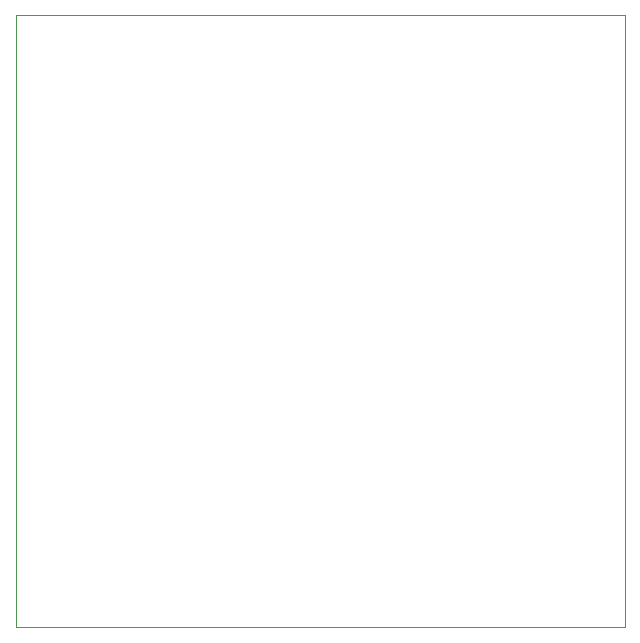
<source format=gbr>
G04 #@! TF.GenerationSoftware,KiCad,Pcbnew,(5.1.5)-3*
G04 #@! TF.CreationDate,2020-01-25T21:01:36+03:00*
G04 #@! TF.ProjectId,Casio VX Debug Unit,43617369-6f20-4565-9820-446562756720,rev?*
G04 #@! TF.SameCoordinates,Original*
G04 #@! TF.FileFunction,Profile,NP*
%FSLAX46Y46*%
G04 Gerber Fmt 4.6, Leading zero omitted, Abs format (unit mm)*
G04 Created by KiCad (PCBNEW (5.1.5)-3) date 2020-01-25 21:01:36*
%MOMM*%
%LPD*%
G04 APERTURE LIST*
%ADD10C,0.050000*%
G04 APERTURE END LIST*
D10*
X167132000Y-77978000D02*
X218694000Y-77978000D01*
X167132000Y-129794000D02*
X167132000Y-77978000D01*
X218694000Y-129794000D02*
X167132000Y-129794000D01*
X218694000Y-77978000D02*
X218694000Y-129794000D01*
M02*

</source>
